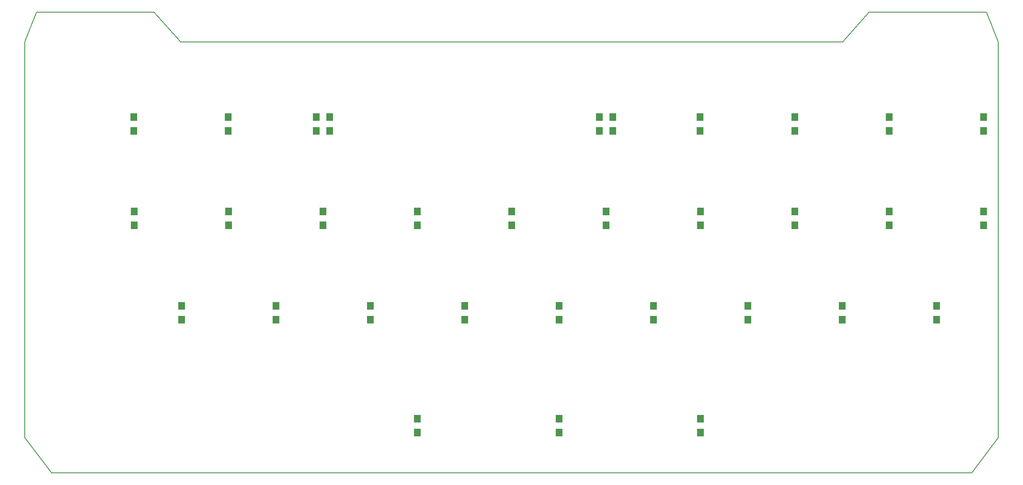
<source format=gbr>
G04 #@! TF.GenerationSoftware,KiCad,Pcbnew,(5.1.9)-1*
G04 #@! TF.CreationDate,2021-09-28T02:04:04-07:00*
G04 #@! TF.ProjectId,keyboard,6b657962-6f61-4726-942e-6b696361645f,rev?*
G04 #@! TF.SameCoordinates,Original*
G04 #@! TF.FileFunction,Paste,Bot*
G04 #@! TF.FilePolarity,Positive*
%FSLAX46Y46*%
G04 Gerber Fmt 4.6, Leading zero omitted, Abs format (unit mm)*
G04 Created by KiCad (PCBNEW (5.1.9)-1) date 2021-09-28 02:04:04*
%MOMM*%
%LPD*%
G01*
G04 APERTURE LIST*
G04 #@! TA.AperFunction,Profile*
%ADD10C,0.200000*%
G04 #@! TD*
%ADD11R,1.397000X1.600000*%
G04 APERTURE END LIST*
D10*
X47481250Y-13000000D02*
X181118750Y-13000000D01*
X186500000Y-7000000D02*
X181118750Y-13000000D01*
X186500000Y-7000000D02*
X210168750Y-7000000D01*
X212550000Y-13000000D02*
X210168750Y-7000000D01*
X42100000Y-7000000D02*
X47481250Y-13000000D01*
X16050000Y-13000000D02*
X18431250Y-7000000D01*
X207168750Y-100000000D02*
X212550000Y-92868750D01*
X16050000Y-92868750D02*
X21431250Y-100000000D01*
X18431250Y-7000000D02*
X42100000Y-7000000D01*
X212550000Y-13000000D02*
X212550000Y-92868750D01*
X207168750Y-100000000D02*
X21431250Y-100000000D01*
X16050000Y-92868750D02*
X16050000Y-13000000D01*
D11*
X132003800Y-28165600D03*
X132003800Y-30965600D03*
X74828400Y-28165600D03*
X74828400Y-30965600D03*
X38025000Y-28175000D03*
X38025000Y-30975000D03*
X57075000Y-28175000D03*
X57075000Y-30975000D03*
X77597000Y-28165600D03*
X77597000Y-30965600D03*
X134721600Y-28165600D03*
X134721600Y-30965600D03*
X152325000Y-28175000D03*
X152325000Y-30975000D03*
X171476600Y-28175000D03*
X171476600Y-30975000D03*
X190526600Y-28175000D03*
X190526600Y-30975000D03*
X209576600Y-28175000D03*
X209576600Y-30975000D03*
X38126600Y-47225000D03*
X38126600Y-50025000D03*
X57176600Y-47225000D03*
X57176600Y-50025000D03*
X76226600Y-47225000D03*
X76226600Y-50025000D03*
X95276600Y-47225000D03*
X95276600Y-50025000D03*
X114326600Y-47225000D03*
X114326600Y-50025000D03*
X133376600Y-47225000D03*
X133376600Y-50025000D03*
X152426600Y-47225000D03*
X152426600Y-50025000D03*
X171476600Y-47225000D03*
X171476600Y-50025000D03*
X190526600Y-47225000D03*
X190526600Y-50025000D03*
X209576600Y-47225000D03*
X209576600Y-50025000D03*
X47651600Y-66275000D03*
X47651600Y-69075000D03*
X66701600Y-66275000D03*
X66701600Y-69075000D03*
X85751600Y-66275000D03*
X85751600Y-69075000D03*
X104801600Y-66275000D03*
X104801600Y-69075000D03*
X123851600Y-66275000D03*
X123851600Y-69075000D03*
X142901600Y-66275000D03*
X142901600Y-69075000D03*
X161951600Y-66275000D03*
X161951600Y-69075000D03*
X181001600Y-66275000D03*
X181001600Y-69075000D03*
X200051600Y-66275000D03*
X200051600Y-69075000D03*
X95302000Y-89058800D03*
X95302000Y-91858800D03*
X123877000Y-89058800D03*
X123877000Y-91858800D03*
X152452000Y-89058800D03*
X152452000Y-91858800D03*
M02*

</source>
